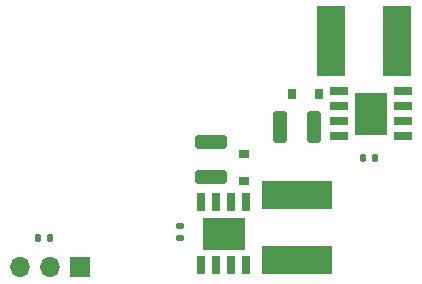
<source format=gbs>
G04 #@! TF.GenerationSoftware,KiCad,Pcbnew,(6.0.0)*
G04 #@! TF.CreationDate,2022-02-11T23:38:19-05:00*
G04 #@! TF.ProjectId,FalconRHS,46616c63-6f6e-4524-9853-2e6b69636164,1A*
G04 #@! TF.SameCoordinates,Original*
G04 #@! TF.FileFunction,Soldermask,Bot*
G04 #@! TF.FilePolarity,Negative*
%FSLAX46Y46*%
G04 Gerber Fmt 4.6, Leading zero omitted, Abs format (unit mm)*
G04 Created by KiCad (PCBNEW (6.0.0)) date 2022-02-11 23:38:19*
%MOMM*%
%LPD*%
G01*
G04 APERTURE LIST*
G04 Aperture macros list*
%AMRoundRect*
0 Rectangle with rounded corners*
0 $1 Rounding radius*
0 $2 $3 $4 $5 $6 $7 $8 $9 X,Y pos of 4 corners*
0 Add a 4 corners polygon primitive as box body*
4,1,4,$2,$3,$4,$5,$6,$7,$8,$9,$2,$3,0*
0 Add four circle primitives for the rounded corners*
1,1,$1+$1,$2,$3*
1,1,$1+$1,$4,$5*
1,1,$1+$1,$6,$7*
1,1,$1+$1,$8,$9*
0 Add four rect primitives between the rounded corners*
20,1,$1+$1,$2,$3,$4,$5,0*
20,1,$1+$1,$4,$5,$6,$7,0*
20,1,$1+$1,$6,$7,$8,$9,0*
20,1,$1+$1,$8,$9,$2,$3,0*%
G04 Aperture macros list end*
%ADD10R,0.650000X1.500000*%
%ADD11R,3.600000X2.700000*%
%ADD12R,1.700000X1.700000*%
%ADD13O,1.700000X1.700000*%
%ADD14RoundRect,0.135000X-0.135000X-0.185000X0.135000X-0.185000X0.135000X0.185000X-0.135000X0.185000X0*%
%ADD15R,2.450000X5.900000*%
%ADD16R,5.900000X2.450000*%
%ADD17RoundRect,0.135000X0.185000X-0.135000X0.185000X0.135000X-0.185000X0.135000X-0.185000X-0.135000X0*%
%ADD18RoundRect,0.250000X-0.325000X-1.100000X0.325000X-1.100000X0.325000X1.100000X-0.325000X1.100000X0*%
%ADD19R,0.900000X0.800000*%
%ADD20RoundRect,0.250000X-1.100000X0.325000X-1.100000X-0.325000X1.100000X-0.325000X1.100000X0.325000X0*%
%ADD21RoundRect,0.135000X0.135000X0.185000X-0.135000X0.185000X-0.135000X-0.185000X0.135000X-0.185000X0*%
%ADD22R,0.800000X0.900000*%
%ADD23R,1.500000X0.650000*%
%ADD24R,2.700000X3.600000*%
G04 APERTURE END LIST*
D10*
X135705000Y-121750000D03*
X134435000Y-121750000D03*
X133165000Y-121750000D03*
X131895000Y-121750000D03*
X131895000Y-116350000D03*
X133165000Y-116350000D03*
X134435000Y-116350000D03*
X135705000Y-116350000D03*
D11*
X133800000Y-119050000D03*
D12*
X121640000Y-121900000D03*
D13*
X119100000Y-121900000D03*
X116560000Y-121900000D03*
D14*
X118090000Y-119400000D03*
X119110000Y-119400000D03*
D15*
X142891600Y-102750000D03*
X148441600Y-102750000D03*
D16*
X140000000Y-115775000D03*
X140000000Y-121325000D03*
D17*
X130100000Y-119460000D03*
X130100000Y-118440000D03*
D18*
X138525000Y-110030500D03*
X141475000Y-110030500D03*
D19*
X135500000Y-112300000D03*
X135500000Y-114600000D03*
D20*
X132700000Y-111275000D03*
X132700000Y-114225000D03*
D21*
X146620000Y-112630500D03*
X145600000Y-112630500D03*
D22*
X139550000Y-107250000D03*
X141850000Y-107250000D03*
D23*
X148966600Y-107025500D03*
X148966600Y-108295500D03*
X148966600Y-109565500D03*
X148966600Y-110835500D03*
X143566600Y-110835500D03*
X143566600Y-109565500D03*
X143566600Y-108295500D03*
X143566600Y-107025500D03*
D24*
X146266600Y-108930500D03*
M02*

</source>
